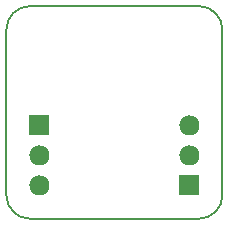
<source format=gbr>
G04 #@! TF.GenerationSoftware,KiCad,Pcbnew,5.0.1-33cea8e~68~ubuntu18.10.1*
G04 #@! TF.CreationDate,2018-11-20T09:41:05+02:00*
G04 #@! TF.ProjectId,BRK-SC-70-6,42524B2D53432D37302D362E6B696361,v1.0*
G04 #@! TF.SameCoordinates,Original*
G04 #@! TF.FileFunction,Soldermask,Bot*
G04 #@! TF.FilePolarity,Negative*
%FSLAX46Y46*%
G04 Gerber Fmt 4.6, Leading zero omitted, Abs format (unit mm)*
G04 Created by KiCad (PCBNEW 5.0.1-33cea8e~68~ubuntu18.10.1) date ti 20. marraskuuta 2018 09.41.05*
%MOMM*%
%LPD*%
G01*
G04 APERTURE LIST*
%ADD10C,0.150000*%
%ADD11C,0.100000*%
G04 APERTURE END LIST*
D10*
X52000000Y-68000000D02*
G75*
G02X50000000Y-66000000I0J2000000D01*
G01*
X68300000Y-66000000D02*
G75*
G02X66300000Y-68000000I-2000000J0D01*
G01*
X66300000Y-50000000D02*
G75*
G02X68300000Y-52000000I0J-2000000D01*
G01*
X50000000Y-52000000D02*
G75*
G02X52000000Y-50000000I2000000J0D01*
G01*
X66300000Y-68000000D02*
X52000000Y-68000000D01*
X68300000Y-52000000D02*
X68300000Y-66000000D01*
X52000000Y-50000000D02*
X66300000Y-50000000D01*
X50000000Y-66000000D02*
X50000000Y-52000000D01*
D11*
G36*
X66350000Y-66030000D02*
X64650000Y-66030000D01*
X64650000Y-64330000D01*
X66350000Y-64330000D01*
X66350000Y-66030000D01*
X66350000Y-66030000D01*
G37*
G36*
X52966630Y-64342299D02*
X53126855Y-64390903D01*
X53274520Y-64469831D01*
X53403949Y-64576051D01*
X53510169Y-64705480D01*
X53589097Y-64853145D01*
X53637701Y-65013370D01*
X53654112Y-65180000D01*
X53637701Y-65346630D01*
X53589097Y-65506855D01*
X53510169Y-65654520D01*
X53403949Y-65783949D01*
X53274520Y-65890169D01*
X53126855Y-65969097D01*
X52966630Y-66017701D01*
X52841752Y-66030000D01*
X52758248Y-66030000D01*
X52633370Y-66017701D01*
X52473145Y-65969097D01*
X52325480Y-65890169D01*
X52196051Y-65783949D01*
X52089831Y-65654520D01*
X52010903Y-65506855D01*
X51962299Y-65346630D01*
X51945888Y-65180000D01*
X51962299Y-65013370D01*
X52010903Y-64853145D01*
X52089831Y-64705480D01*
X52196051Y-64576051D01*
X52325480Y-64469831D01*
X52473145Y-64390903D01*
X52633370Y-64342299D01*
X52758248Y-64330000D01*
X52841752Y-64330000D01*
X52966630Y-64342299D01*
X52966630Y-64342299D01*
G37*
G36*
X65666630Y-61802299D02*
X65826855Y-61850903D01*
X65974520Y-61929831D01*
X66103949Y-62036051D01*
X66210169Y-62165480D01*
X66289097Y-62313145D01*
X66337701Y-62473370D01*
X66354112Y-62640000D01*
X66337701Y-62806630D01*
X66289097Y-62966855D01*
X66210169Y-63114520D01*
X66103949Y-63243949D01*
X65974520Y-63350169D01*
X65826855Y-63429097D01*
X65666630Y-63477701D01*
X65541752Y-63490000D01*
X65458248Y-63490000D01*
X65333370Y-63477701D01*
X65173145Y-63429097D01*
X65025480Y-63350169D01*
X64896051Y-63243949D01*
X64789831Y-63114520D01*
X64710903Y-62966855D01*
X64662299Y-62806630D01*
X64645888Y-62640000D01*
X64662299Y-62473370D01*
X64710903Y-62313145D01*
X64789831Y-62165480D01*
X64896051Y-62036051D01*
X65025480Y-61929831D01*
X65173145Y-61850903D01*
X65333370Y-61802299D01*
X65458248Y-61790000D01*
X65541752Y-61790000D01*
X65666630Y-61802299D01*
X65666630Y-61802299D01*
G37*
G36*
X52966630Y-61802299D02*
X53126855Y-61850903D01*
X53274520Y-61929831D01*
X53403949Y-62036051D01*
X53510169Y-62165480D01*
X53589097Y-62313145D01*
X53637701Y-62473370D01*
X53654112Y-62640000D01*
X53637701Y-62806630D01*
X53589097Y-62966855D01*
X53510169Y-63114520D01*
X53403949Y-63243949D01*
X53274520Y-63350169D01*
X53126855Y-63429097D01*
X52966630Y-63477701D01*
X52841752Y-63490000D01*
X52758248Y-63490000D01*
X52633370Y-63477701D01*
X52473145Y-63429097D01*
X52325480Y-63350169D01*
X52196051Y-63243949D01*
X52089831Y-63114520D01*
X52010903Y-62966855D01*
X51962299Y-62806630D01*
X51945888Y-62640000D01*
X51962299Y-62473370D01*
X52010903Y-62313145D01*
X52089831Y-62165480D01*
X52196051Y-62036051D01*
X52325480Y-61929831D01*
X52473145Y-61850903D01*
X52633370Y-61802299D01*
X52758248Y-61790000D01*
X52841752Y-61790000D01*
X52966630Y-61802299D01*
X52966630Y-61802299D01*
G37*
G36*
X65666630Y-59262299D02*
X65826855Y-59310903D01*
X65974520Y-59389831D01*
X66103949Y-59496051D01*
X66210169Y-59625480D01*
X66289097Y-59773145D01*
X66337701Y-59933370D01*
X66354112Y-60100000D01*
X66337701Y-60266630D01*
X66289097Y-60426855D01*
X66210169Y-60574520D01*
X66103949Y-60703949D01*
X65974520Y-60810169D01*
X65826855Y-60889097D01*
X65666630Y-60937701D01*
X65541752Y-60950000D01*
X65458248Y-60950000D01*
X65333370Y-60937701D01*
X65173145Y-60889097D01*
X65025480Y-60810169D01*
X64896051Y-60703949D01*
X64789831Y-60574520D01*
X64710903Y-60426855D01*
X64662299Y-60266630D01*
X64645888Y-60100000D01*
X64662299Y-59933370D01*
X64710903Y-59773145D01*
X64789831Y-59625480D01*
X64896051Y-59496051D01*
X65025480Y-59389831D01*
X65173145Y-59310903D01*
X65333370Y-59262299D01*
X65458248Y-59250000D01*
X65541752Y-59250000D01*
X65666630Y-59262299D01*
X65666630Y-59262299D01*
G37*
G36*
X53650000Y-60950000D02*
X51950000Y-60950000D01*
X51950000Y-59250000D01*
X53650000Y-59250000D01*
X53650000Y-60950000D01*
X53650000Y-60950000D01*
G37*
M02*

</source>
